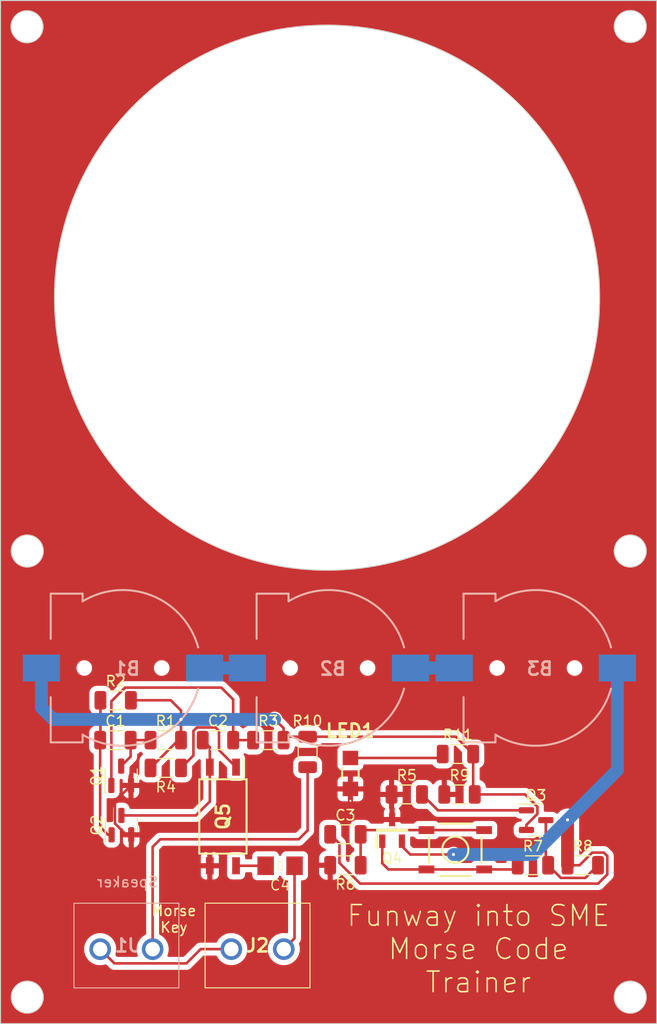
<source format=kicad_pcb>
(kicad_pcb (version 20221018) (generator pcbnew)
  (layers (0 "F.Cu" signal) (31 "B.Cu" signal) (34 "B.Paste" user) (35 "F.Paste" user) (36 "B.SilkS" user "B.Silkscreen") (37 "F.SilkS" user "F.Silkscreen") (38 "B.Mask" user) (39 "F.Mask" user) (44 "Edge.Cuts" user))
  (net 0 "")
  (net 1 "Net-(B1-Pad1)")
  (net 2 "9V")
  (net 3 "Net-(B2-Pad1)")
  (net 4 "Net-(Q4-S)")
  (net 5 "LED 2")
  (net 6 "Net-(Q1-C)")
  (net 7 "Net-(Q2-C)")
  (net 8 "LED 1")
  (net 9 "Net-(C3-Pad2)")
  (net 10 "Net-(J2-Pin_1)")
  (net 11 "Net-(Q5-C_2)")
  (net 12 "Net-(J1-Pin_1)")
  (net 13 "Net-(J1-Pin_2)")
  (net 14 "GND")
  (net 15 "Net-(LED1-A)")
  (net 16 "Net-(Q3-B)")
  (net 17 "Net-(Q3-C)")
  (net 18 "Net-(Q4-G)")
  (net 19 "Net-(Q5-A)")
  (footprint "Capacitor_SMD:C_1206_3216Metric" (layer "F.Cu") (at 102.3366 141.3002)
    (fp_text reference "R5" (at 0 -1.85) (layer "F.SilkS"))
    (fp_text value "100k")
    (fp_line (start -0.711252 -0.91) (end 0.711252 -0.91) (stroke (width 0.12)) (layer "F.SilkS"))
    (fp_line (start -0.711252 0.91) (end 0.711252 0.91) (stroke (width 0.12)) (layer "F.SilkS"))
    (pad "1" smd roundrect (at -1.475 0) (size 1.15 1.8) (layers "F.Cu" "F.Paste" "F.Mask") (roundrect_rratio 0.2173913043) (net 14 "GND"))
    (pad "2" smd roundrect (at 1.475 0) (size 1.15 1.8) (layers "F.Cu" "F.Paste" "F.Mask") (roundrect_rratio 0.2173913043) (net 16 "Net-(Q3-B)"))
  )
  (footprint "Capacitor_SMD:C_1206_3216Metric" (layer "F.Cu") (at 92.7354 137.1854 90)
    (fp_text reference "R10" (at 2.9972 -0.0254 180) (layer "F.SilkS"))
    (fp_text value "15R")
    (fp_line (start -0.711252 -0.91) (end 0.711252 -0.91) (stroke (width 0.12)) (layer "F.SilkS"))
    (fp_line (start -0.711252 0.91) (end 0.711252 0.91) (stroke (width 0.12)) (layer "F.SilkS"))
    (pad "1" smd roundrect (at -1.475 0 90) (size 1.15 1.8) (layers "F.Cu" "F.Paste" "F.Mask") (roundrect_rratio 0.2173913043) (net 13 "Net-(J1-Pin_2)"))
    (pad "2" smd roundrect (at 1.475 0 90) (size 1.15 1.8) (layers "F.Cu" "F.Paste" "F.Mask") (roundrect_rratio 0.2173913043) (net 2 "9V"))
  )
  (footprint "Capacitor_SMD:C_1206_3216Metric" (layer "F.Cu") (at 74.1426 132.1816)
    (fp_text reference "R2" (at 0 -1.85) (layer "F.SilkS"))
    (fp_text value "47K")
    (fp_line (start -0.711252 -0.91) (end 0.711252 -0.91) (stroke (width 0.12)) (layer "F.SilkS"))
    (fp_line (start -0.711252 0.91) (end 0.711252 0.91) (stroke (width 0.12)) (layer "F.SilkS"))
    (pad "1" smd roundrect (at -1.475 0) (size 1.15 1.8) (layers "F.Cu" "F.Paste" "F.Mask") (roundrect_rratio 0.2173913043) (net 5 "LED 2"))
    (pad "2" smd roundrect (at 1.475 0) (size 1.15 1.8) (layers "F.Cu" "F.Paste" "F.Mask") (roundrect_rratio 0.2173913043) (net 2 "9V"))
  )
  (footprint "Capacitor_SMD:C_1206_3216Metric" (layer "F.Cu") (at 96.393 148.1582 180)
    (fp_text reference "R6" (at 0 -1.85) (layer "F.SilkS"))
    (fp_text value "1M")
    (fp_line (start -0.711252 -0.91) (end 0.711252 -0.91) (stroke (width 0.12)) (layer "F.SilkS"))
    (fp_line (start -0.711252 0.91) (end 0.711252 0.91) (stroke (width 0.12)) (layer "F.SilkS"))
    (pad "1" smd roundrect (at -1.475 0 180) (size 1.15 1.8) (layers "F.Cu" "F.Paste" "F.Mask") (roundrect_rratio 0.2173913043) (net 9 "Net-(C3-Pad2)"))
    (pad "2" smd roundrect (at 1.475 0 180) (size 1.15 1.8) (layers "F.Cu" "F.Paste" "F.Mask") (roundrect_rratio 0.2173913043) (net 14 "GND"))
  )
  (footprint "Capacitors:1206" (layer "F.Cu") (at 90.0684 148.209 180)
    (fp_text reference "C4" (at 0 -1.8796) (layer "F.SilkS") (effects (font (thickness 0.127))))
    (fp_text value "47UF-1206-50V-10%" hide)
    (fp_line (start -0.19812 -0.39878) (end 0.19812 -0.39878) (stroke (width 0.06604)) (layer "F.SilkS"))
    (fp_line (start -0.19812 0.39878) (end -0.19812 -0.39878) (stroke (width 0.06604)) (layer "F.SilkS"))
    (fp_line (start -0.19812 0.39878) (end 0.19812 0.39878) (stroke (width 0.06604)) (layer "F.SilkS"))
    (fp_line (start 0.19812 0.39878) (end 0.19812 -0.39878) (stroke (width 0.06604)) (layer "F.SilkS"))
    (pad "1" smd rect (at -1.39954 0 180) (size 1.59766 1.79832) (layers "F.Cu" "F.Paste" "F.Mask") (net 10 "Net-(J2-Pin_1)"))
    (pad "2" smd rect (at 1.39954 0 180) (size 1.59766 1.79832) (layers "F.Cu" "F.Paste" "F.Mask") (net 11 "Net-(Q5-C_2)"))
  )
  (footprint "SamacSys_Parts:SOT95P237X112-3N" (layer "F.Cu") (at 100.9142 144.78 90)
    (fp_text reference "Q4" (at -2.7092 0) (layer "F.SilkS") (effects (font (thickness 0.125))))
    (fp_text value "Si2338DS-T1-GE3" hide)
    (fp_line (start -1.7 -1.5) (end -0.4 -1.5) (stroke (width 0.2)) (layer "F.SilkS"))
    (fp_line (start -0.05 -1.46) (end 0.05 -1.46) (stroke (width 0.2)) (layer "F.SilkS"))
    (fp_line (start -0.05 1.46) (end -0.05 -1.46) (stroke (width 0.2)) (layer "F.SilkS"))
    (fp_line (start 0.05 -1.46) (end 0.05 1.46) (stroke (width 0.2)) (layer "F.SilkS"))
    (fp_line (start 0.05 1.46) (end -0.05 1.46) (stroke (width 0.2)) (layer "F.SilkS"))
    (pad "1" smd rect (at -1.05 -0.95 180) (size 0.6 1.3) (layers "F.Cu" "F.Paste" "F.Mask") (net 18 "Net-(Q4-G)"))
    (pad "2" smd rect (at -1.05 0.95 180) (size 0.6 1.3) (layers "F.Cu" "F.Paste" "F.Mask") (net 4 "Net-(Q4-S)"))
    (pad "3" smd rect (at 1.05 0 180) (size 0.6 1.3) (layers "F.Cu" "F.Paste" "F.Mask") (net 14 "GND"))
  )
  (footprint "SamacSys_Parts:17761192" (layer "F.Cu") (at 90.424 156.2806 180)
    (fp_text reference "J2" (at 2.54 0.35) (layer "F.SilkS") (effects (font (size 1.27 1.27) (thickness 0.254))))
    (fp_text value "Morse Key" hide)
    (fp_line (start -2.54 -3.75) (end 7.62 -3.75) (stroke (width 0.1)) (layer "F.SilkS"))
    (fp_line (start -2.54 4.45) (end -2.54 -3.75) (stroke (width 0.1)) (layer "F.SilkS"))
    (fp_line (start 7.62 -3.75) (end 7.62 4.45) (stroke (width 0.1)) (layer "F.SilkS"))
    (fp_line (start 7.62 4.45) (end -2.54 4.45) (stroke (width 0.1)) (layer "F.SilkS"))
    (pad "1" thru_hole circle (at 0 0 180) (size 2.1 2.1) (drill 1.4) (layers "*.Cu" "*.Mask") (net 10 "Net-(J2-Pin_1)"))
    (pad "2" thru_hole circle (at 5.08 0 180) (size 2.1 2.1) (drill 1.4) (layers "*.Cu" "*.Mask") (net 12 "Net-(J1-Pin_1)"))
  )
  (footprint "Capacitor_SMD:C_1206_3216Metric" (layer "F.Cu") (at 78.994 136.0424)
    (fp_text reference "R1" (at 0 -1.85) (layer "F.SilkS"))
    (fp_text value "560R")
    (fp_line (start -0.711252 -0.91) (end 0.711252 -0.91) (stroke (width 0.12)) (layer "F.SilkS"))
    (fp_line (start -0.711252 0.91) (end 0.711252 0.91) (stroke (width 0.12)) (layer "F.SilkS"))
    (pad "1" smd roundrect (at -1.475 0) (size 1.15 1.8) (layers "F.Cu" "F.Paste" "F.Mask") (roundrect_rratio 0.2173913043) (net 6 "Net-(Q1-C)"))
    (pad "2" smd roundrect (at 1.475 0) (size 1.15 1.8) (layers "F.Cu" "F.Paste" "F.Mask") (roundrect_rratio 0.2173913043) (net 2 "9V"))
  )
  (footprint "SamacSys_Parts:5988270107F" (layer "F.Cu") (at 96.8756 139.2682 90)
    (fp_text reference "LED1" (at 4.1402 -0.0254 180) (layer "F.SilkS") (effects (font (size 1.27 1.27) (thickness 0.254))))
    (fp_text value "5988270107F" hide)
    (fp_line (start -2.7 0) (end -2.7 0) (stroke (width 0.1)) (layer "F.SilkS"))
    (fp_line (start -2.6 0) (end -2.6 0) (stroke (width 0.1)) (layer "F.SilkS"))
    (fp_line (start -0.5 -0.8) (end 0.5 -0.8) (stroke (width 0.2)) (layer "F.SilkS"))
    (fp_line (start -0.5 0.8) (end 0.5 0.8) (stroke (width 0.2)) (layer "F.SilkS"))
    (fp_arc (start -2.7 0) (mid -2.65 -0.05) (end -2.6 0) (stroke (width 0.1)) (layer "F.SilkS"))
    (fp_arc (start -2.6 0) (mid -2.65 0.05) (end -2.7 0) (stroke (width 0.1)) (layer "F.SilkS"))
    (pad "1" smd rect (at -1.5 0 90) (size 1.4 1.5) (layers "F.Cu" "F.Paste" "F.Mask") (net 14 "GND"))
    (pad "2" smd rect (at 1.5 0 90) (size 1.4 1.5) (layers "F.Cu" "F.Paste" "F.Mask") (net 15 "Net-(LED1-A)"))
  )
  (footprint "Capacitor_SMD:C_1206_3216Metric" (layer "F.Cu") (at 119.38 148.1582)
    (fp_text reference "R8" (at 0 -1.85) (layer "F.SilkS"))
    (fp_text value "10k")
    (fp_line (start -0.711252 -0.91) (end 0.711252 -0.91) (stroke (width 0.12)) (layer "F.SilkS"))
    (fp_line (start -0.711252 0.91) (end 0.711252 0.91) (stroke (width 0.12)) (layer "F.SilkS"))
    (pad "1" smd roundrect (at -1.475 0) (size 1.15 1.8) (layers "F.Cu" "F.Paste" "F.Mask") (roundrect_rratio 0.2173913043) (net 4 "Net-(Q4-S)"))
    (pad "2" smd roundrect (at 1.475 0) (size 1.15 1.8) (layers "F.Cu" "F.Paste" "F.Mask") (roundrect_rratio 0.2173913043) (net 17 "Net-(Q3-C)"))
  )
  (footprint "Capacitor_SMD:C_1206_3216Metric" (layer "F.Cu") (at 88.9272 136.0424)
    (fp_text reference "R3" (at 0 -1.85) (layer "F.SilkS"))
    (fp_text value "47k")
    (fp_line (start -0.711252 -0.91) (end 0.711252 -0.91) (stroke (width 0.12)) (layer "F.SilkS"))
    (fp_line (start -0.711252 0.91) (end 0.711252 0.91) (stroke (width 0.12)) (layer "F.SilkS"))
    (pad "1" smd roundrect (at -1.475 0) (size 1.15 1.8) (layers "F.Cu" "F.Paste" "F.Mask") (roundrect_rratio 0.2173913043) (net 8 "LED 1"))
    (pad "2" smd roundrect (at 1.475 0) (size 1.15 1.8) (layers "F.Cu" "F.Paste" "F.Mask") (roundrect_rratio 0.2173913043) (net 2 "9V"))
  )
  (footprint "Capacitor_SMD:C_1206_3216Metric" (layer "F.Cu") (at 107.2896 137.3886)
    (fp_text reference "R11" (at 0 -1.85) (layer "F.SilkS"))
    (fp_text value "360R")
    (fp_line (start -0.711252 -0.91) (end 0.711252 -0.91) (stroke (width 0.12)) (layer "F.SilkS"))
    (fp_line (start -0.711252 0.91) (end 0.711252 0.91) (stroke (width 0.12)) (layer "F.SilkS"))
    (pad "1" smd roundrect (at -1.475 0) (size 1.15 1.8) (layers "F.Cu" "F.Paste" "F.Mask") (roundrect_rratio 0.2173913043) (net 15 "Net-(LED1-A)"))
    (pad "2" smd roundrect (at 1.475 0) (size 1.15 1.8) (layers "F.Cu" "F.Paste" "F.Mask") (roundrect_rratio 0.2173913043) (net 2 "9V"))
  )
  (footprint "Capacitor_SMD:C_1206_3216Metric" (layer "F.Cu") (at 78.994 138.7348 180)
    (fp_text reference "R4" (at 0 -1.85) (layer "F.SilkS"))
    (fp_text value "130R")
    (fp_line (start -0.711252 -0.91) (end 0.711252 -0.91) (stroke (width 0.12)) (layer "F.SilkS"))
    (fp_line (start -0.711252 0.91) (end 0.711252 0.91) (stroke (width 0.12)) (layer "F.SilkS"))
    (pad "1" smd roundrect (at -1.475 0 180) (size 1.15 1.8) (layers "F.Cu" "F.Paste" "F.Mask") (roundrect_rratio 0.2173913043) (net 19 "Net-(Q5-A)"))
    (pad "2" smd roundrect (at 1.475 0 180) (size 1.15 1.8) (layers "F.Cu" "F.Paste" "F.Mask") (roundrect_rratio 0.2173913043) (net 2 "9V"))
  )
  (footprint "Capacitor_SMD:C_1206_3216Metric" (layer "F.Cu") (at 96.393 145.161)
    (fp_text reference "C3" (at 0 -1.85) (layer "F.SilkS"))
    (fp_text value "330nF-1206-50V-10%")
    (fp_line (start -0.711252 -0.91) (end 0.711252 -0.91) (stroke (width 0.12)) (layer "F.SilkS"))
    (fp_line (start -0.711252 0.91) (end 0.711252 0.91) (stroke (width 0.12)) (layer "F.SilkS"))
    (pad "1" smd roundrect (at -1.475 0) (size 1.15 1.8) (layers "F.Cu" "F.Paste" "F.Mask") (roundrect_rratio 0.2173913043) (net 4 "Net-(Q4-S)"))
    (pad "2" smd roundrect (at 1.475 0) (size 1.15 1.8) (layers "F.Cu" "F.Paste" "F.Mask") (roundrect_rratio 0.2173913043) (net 9 "Net-(C3-Pad2)"))
  )
  (footprint "Capacitor_SMD:C_1206_3216Metric" (layer "F.Cu") (at 107.442 141.3002)
    (fp_text reference "R9" (at 0 -1.85) (layer "F.SilkS"))
    (fp_text value "10k")
    (fp_line (start -0.711252 -0.91) (end 0.711252 -0.91) (stroke (width 0.12)) (layer "F.SilkS"))
    (fp_line (start -0.711252 0.91) (end 0.711252 0.91) (stroke (width 0.12)) (layer "F.SilkS"))
    (pad "1" smd roundrect (at -1.475 0) (size 1.15 1.8) (layers "F.Cu" "F.Paste" "F.Mask") (roundrect_rratio 0.2173913043) (net 14 "GND"))
    (pad "2" smd roundrect (at 1.475 0) (size 1.15 1.8) (layers "F.Cu" "F.Paste" "F.Mask") (roundrect_rratio 0.2173913043) (net 2 "9V"))
  )
  (footprint "Package_TO_SOT_SMD:SOT-23" (layer "F.Cu") (at 74.7014 144.272 90)
    (fp_text reference "Q2" (at 0 -2.4 90) (layer "F.SilkS"))
    (fp_text value "BC848")
    (fp_line (start 0 -1.56) (end -1.675 -1.56) (stroke (width 0.12)) (layer "F.SilkS"))
    (fp_line (start 0 -1.56) (end 0.65 -1.56) (stroke (width 0.12)) (layer "F.SilkS"))
    (fp_line (start 0 1.56) (end -0.65 1.56) (stroke (width 0.12)) (layer "F.SilkS"))
    (fp_line (start 0 1.56) (end 0.65 1.56) (stroke (width 0.12)) (layer "F.SilkS"))
    (pad "1" smd roundrect (at -0.9375 -0.95 90) (size 1.475 0.6) (layers "F.Cu" "F.Paste" "F.Mask") (net 5 "LED 2"))
    (pad "2" smd roundrect (at -0.9375 0.95 90) (size 1.475 0.6) (layers "F.Cu" "F.Paste" "F.Mask") (net 14 "GND"))
    (pad "3" smd roundrect (at 0.9375 0 90) (size 1.475 0.6) (layers "F.Cu" "F.Paste" "F.Mask") (net 7 "Net-(Q2-C)"))
  )
  (footprint "Package_TO_SOT_SMD:SOT-23" (layer "F.Cu") (at 74.676 139.4945 90)
    (fp_text reference "Q1" (at 0 -2.4 90) (layer "F.SilkS"))
    (fp_text value "BC848")
    (fp_line (start 0 -1.56) (end -1.675 -1.56) (stroke (width 0.12)) (layer "F.SilkS"))
    (fp_line (start 0 -1.56) (end 0.65 -1.56) (stroke (width 0.12)) (layer "F.SilkS"))
    (fp_line (start 0 1.56) (end -0.65 1.56) (stroke (width 0.12)) (layer "F.SilkS"))
    (fp_line (start 0 1.56) (end 0.65 1.56) (stroke (width 0.12)) (layer "F.SilkS"))
    (pad "1" smd roundrect (at -0.9375 -0.95 90) (size 1.475 0.6) (layers "F.Cu" "F.Paste" "F.Mask") (net 8 "LED 1"))
    (pad "2" smd roundrect (at -0.9375 0.95 90) (size 1.475 0.6) (layers "F.Cu" "F.Paste" "F.Mask") (net 14 "GND"))
    (pad "3" smd roundrect (at 0.9375 0 90) (size 1.475 0.6) (layers "F.Cu" "F.Paste" "F.Mask") (net 6 "Net-(Q1-C)"))
  )
  (footprint "Switches:TACTILE_SWITCH_SMD_5.2MM" (layer "F.Cu") (at 107.0356 146.6596)
    (fp_text reference "S1" hide)
    (fp_text value "MOMENTARY-SWITCH-SPST-2-SMD-5.2MM" hide)
    (fp_line (start -2.54 1.23952) (end -2.54 -1.27) (stroke (width 0.2032)) (layer "F.SilkS"))
    (fp_line (start -1.53924 -2.54) (end 1.53924 -2.54) (stroke (width 0.2032)) (layer "F.SilkS"))
    (fp_line (start 1.53924 2.54) (end -1.53924 2.54) (stroke (width 0.2032)) (layer "F.SilkS"))
    (fp_line (start 2.54 -1.23952) (end 2.54 1.23952) (stroke (width 0.2032)) (layer "F.SilkS"))
    (fp_circle (center 0 0) (end 0 -1.27) (stroke (width 0.2032)) (fill none) (layer "F.SilkS"))
    (pad "1" smd rect (at -2.794 -1.905 90) (size 0.762 1.524) (layers "F.Cu" "F.Paste" "F.Mask") (net 9 "Net-(C3-Pad2)"))
    (pad "2" smd rect (at 2.794 -1.905 90) (size 0.762 1.524) (layers "F.Cu" "F.Paste" "F.Mask") (net 9 "Net-(C3-Pad2)"))
    (pad "3" smd rect (at -2.794 1.905 90) (size 0.762 1.524) (layers "F.Cu" "F.Paste" "F.Mask") (net 18 "Net-(Q4-G)"))
    (pad "4" smd rect (at 2.794 1.905 90) (size 0.762 1.524) (layers "F.Cu" "F.Paste" "F.Mask") (net 18 "Net-(Q4-G)"))
  )
  (footprint "Capacitor_SMD:C_1206_3216Metric" (layer "F.Cu") (at 114.554 148.1582)
    (fp_text reference "R7" (at 0 -1.85) (layer "F.SilkS"))
    (fp_text value "10k")
    (fp_line (start -0.711252 -0.91) (end 0.711252 -0.91) (stroke (width 0.12)) (layer "F.SilkS"))
    (fp_line (start -0.711252 0.91) (end 0.711252 0.91) (stroke (width 0.12)) (layer "F.SilkS"))
    (pad "1" smd roundrect (at -1.475 0) (size 1.15 1.8) (layers "F.Cu" "F.Paste" "F.Mask") (roundrect_rratio 0.2173913043) (net 18 "Net-(Q4-G)"))
    (pad "2" smd roundrect (at 1.475 0) (size 1.15 1.8) (layers "F.Cu" "F.Paste" "F.Mask") (roundrect_rratio 0.2173913043) (net 17 "Net-(Q3-C)"))
  )
  (footprint "Capacitor_SMD:C_1206_3216Metric" (layer "F.Cu") (at 74.1172 136.0424)
    (fp_text reference "C1" (at 0 -1.85) (layer "F.SilkS"))
    (fp_text value "4.7nF")
    (fp_line (start -0.711252 -0.91) (end 0.711252 -0.91) (stroke (width 0.12)) (layer "F.SilkS"))
    (fp_line (start -0.711252 0.91) (end 0.711252 0.91) (stroke (width 0.12)) (layer "F.SilkS"))
    (pad "1" smd roundrect (at -1.475 0) (size 1.15 1.8) (layers "F.Cu" "F.Paste" "F.Mask") (roundrect_rratio 0.2173913043) (net 5 "LED 2"))
    (pad "2" smd roundrect (at 1.475 0) (size 1.15 1.8) (layers "F.Cu" "F.Paste" "F.Mask") (roundrect_rratio 0.2173913043) (net 6 "Net-(Q1-C)"))
  )
  (footprint "Capacitor_SMD:C_1206_3216Metric" (layer "F.Cu") (at 84.0486 136.0424)
    (fp_text reference "C2" (at 0 -1.85) (layer "F.SilkS"))
    (fp_text value "4.7nF")
    (fp_line (start -0.711252 -0.91) (end 0.711252 -0.91) (stroke (width 0.12)) (layer "F.SilkS"))
    (fp_line (start -0.711252 0.91) (end 0.711252 0.91) (stroke (width 0.12)) (layer "F.SilkS"))
    (pad "1" smd roundrect (at -1.475 0) (size 1.15 1.8) (layers "F.Cu" "F.Paste" "F.Mask") (roundrect_rratio 0.2173913043) (net 7 "Net-(Q2-C)"))
    (pad "2" smd roundrect (at 1.475 0) (size 1.15 1.8) (layers "F.Cu" "F.Paste" "F.Mask") (roundrect_rratio 0.2173913043) (net 8 "LED 1"))
  )
  (footprint "Package_TO_SOT_SMD:SOT-23" (layer "F.Cu") (at 114.8611 143.7894)
    (fp_text reference "Q3" (at 0 -2.4) (layer "F.SilkS"))
    (fp_text value "BC858")
    (fp_line (start 0 -1.56) (end -1.675 -1.56) (stroke (width 0.12)) (layer "F.SilkS"))
    (fp_line (start 0 -1.56) (end 0.65 -1.56) (stroke (width 0.12)) (layer "F.SilkS"))
    (fp_line (start 0 1.56) (end -0.65 1.56) (stroke (width 0.12)) (layer "F.SilkS"))
    (fp_line (start 0 1.56) (end 0.65 1.56) (stroke (width 0.12)) (layer "F.SilkS"))
    (pad "1" smd roundrect (at -0.9375 -0.95) (size 1.475 0.6) (layers "F.Cu" "F.Paste" "F.Mask") (net 16 "Net-(Q3-B)"))
    (pad "2" smd roundrect (at -0.9375 0.95) (size 1.475 0.6) (layers "F.Cu" "F.Paste" "F.Mask") (net 2 "9V"))
    (pad "3" smd roundrect (at 0.9375 0) (size 1.475 0.6) (layers "F.Cu" "F.Paste" "F.Mask") (net 17 "Net-(Q3-C)"))
  )
  (footprint "SamacSys_Parts:SOP254P1016X440-4N" (layer "F.Cu") (at 84.5312 143.4338 -90)
    (fp_text reference "Q5" (at 0 0 90) (layer "F.SilkS") (effects (font (size 1.27 1.27) (thickness 0.254))))
    (fp_text value "SFH617A-1X007T" hide)
    (fp_line (start -5.6 -1.995) (end -3.95 -1.995) (stroke (width 0.2)) (layer "F.SilkS"))
    (fp_line (start -3.6 -2.29) (end 3.6 -2.29) (stroke (width 0.2)) (layer "F.SilkS"))
    (fp_line (start -3.6 2.29) (end -3.6 -2.29) (stroke (width 0.2)) (layer "F.SilkS"))
    (fp_line (start 3.6 -2.29) (end 3.6 2.29) (stroke (width 0.2)) (layer "F.SilkS"))
    (fp_line (start 3.6 2.29) (end -3.6 2.29) (stroke (width 0.2)) (layer "F.SilkS"))
    (pad "1" smd rect (at -4.775 -1.27) (size 0.75 1.65) (layers "F.Cu" "F.Paste" "F.Mask") (net 19 "Net-(Q5-A)"))
    (pad "2" smd rect (at -4.775 1.27) (size 0.75 1.65) (layers "F.Cu" "F.Paste" "F.Mask") (net 7 "Net-(Q2-C)"))
    (pad "3" smd rect (at 4.775 1.27) (size 0.75 1.65) (layers "F.Cu" "F.Paste" "F.Mask") (net 14 "GND"))
    (pad "4" smd rect (at 4.775 -1.27) (size 0.75 1.65) (layers "F.Cu" "F.Paste" "F.Mask") (net 11 "Net-(Q5-C_2)"))
  )
  (footprint "SamacSys_Parts:1056TR" (layer "B.Cu") (at 74.8538 129.0574 180)
    (fp_text reference "B1" (at -0.382 -0.067) (layer "B.SilkS") (effects (font (size 1.27 1.27) (thickness 0.254)) (justify mirror)))
    (fp_text value "1056TR" hide)
    (fp_line (start 3.909 -7.2) (end 7 -7.2) (stroke (width 0.2)) (layer "B.SilkS"))
    (fp_line (start 3.909 -6.438) (end 3.909 -7.2) (stroke (width 0.2)) (layer "B.SilkS"))
    (fp_line (start 3.909 6.45927) (end 3.909 7.2) (stroke (width 0.2)) (layer "B.SilkS"))
    (fp_line (start 3.909 7.2) (end 7 7.2) (stroke (width 0.2)) (layer "B.SilkS"))
    (fp_line (start 7 -7.2) (end 7 -2.82887) (stroke (width 0.2)) (layer "B.SilkS"))
    (fp_line (start 7 7.2) (end 7 2.82887) (stroke (width 0.2)) (layer "B.SilkS"))
    (fp_arc (start -7.28028 -2) (mid -2.786672 -6.988725) (end 3.906684 -6.460649) (stroke (width 0.2)) (layer "B.SilkS"))
    (fp_arc (start 3.906712 6.460656) (mid -2.796355 7.01305) (end -7.28028 2) (stroke (width 0.2)) (layer "B.SilkS"))
    (pad "" np_thru_hole circle (at -3.75 0 180) (size 1 1) (drill 1) (layers "*.Cu" "*.Mask"))
    (pad "" np_thru_hole circle (at 3.75 0 180) (size 1 1) (drill 1) (layers "*.Cu" "*.Mask"))
    (pad "1" smd rect (at -7.9 0 90) (size 2.6 3.6) (layers "B.Cu" "B.Paste" "B.Mask") (net 1 "Net-(B1-Pad1)"))
    (pad "2" smd rect (at 7.9 0 90) (size 2.6 3.6) (layers "B.Cu" "B.Paste" "B.Mask") (net 2 "9V"))
  )
  (footprint "SamacSys_Parts:17761192" (layer "B.Cu") (at 72.644 156.2862)
    (fp_text reference "J1" (at 2.54 -0.35) (layer "B.SilkS") (effects (font (size 1.27 1.27) (thickness 0.254)) (justify mirror)))
    (fp_text value "Speaker" hide)
    (fp_line (start -2.54 -4.45) (end -2.54 3.75) (stroke (width 0.1)) (layer "B.SilkS"))
    (fp_line (start -2.54 3.75) (end 7.62 3.75) (stroke (width 0.1)) (layer "B.SilkS"))
    (fp_line (start 7.62 -4.45) (end -2.54 -4.45) (stroke (width 0.1)) (layer "B.SilkS"))
    (fp_line (start 7.62 3.75) (end 7.62 -4.45) (stroke (width 0.1)) (layer "B.SilkS"))
    (pad "1" thru_hole circle (at 0 0) (size 2.1 2.1) (drill 1.4) (layers "*.Cu" "*.Mask") (net 12 "Net-(J1-Pin_1)"))
    (pad "2" thru_hole circle (at 5.08 0) (size 2.1 2.1) (drill 1.4) (layers "*.Cu" "*.Mask") (net 13 "Net-(J1-Pin_2)"))
  )
  (footprint "SamacSys_Parts:1056TR" (layer "B.Cu") (at 94.7928 129.0574 180)
    (fp_text reference "B2" (at -0.382 -0.067) (layer "B.SilkS") (effects (font (size 1.27 1.27) (thickness 0.254)) (justify mirror)))
    (fp_text value "1056TR" hide)
    (fp_line (start 3.909 -7.2) (end 7 -7.2) (stroke (width 0.2)) (layer "B.SilkS"))
    (fp_line (start 3.909 -6.438) (end 3.909 -7.2) (stroke (width 0.2)) (layer "B.SilkS"))
    (fp_line (start 3.909 6.45927) (end 3.909 7.2) (stroke (width 0.2)) (layer "B.SilkS"))
    (fp_line (start 3.909 7.2) (end 7 7.2) (stroke (width 0.2)) (layer "B.SilkS"))
    (fp_line (start 7 -7.2) (end 7 -2.82887) (stroke (width 0.2)) (layer "B.SilkS"))
    (fp_line (start 7 7.2) (end 7 2.82887) (stroke (width 0.2)) (layer "B.SilkS"))
    (fp_arc (start -7.28028 -2) (mid -2.786672 -6.988725) (end 3.906684 -6.460649) (stroke (width 0.2)) (layer "B.SilkS"))
    (fp_arc (start 3.906712 6.460656) (mid -2.796355 7.01305) (end -7.28028 2) (stroke (width 0.2)) (layer "B.SilkS"))
    (pad "" np_thru_hole circle (at -3.75 0 180) (size 1 1) (drill 1) (layers "*.Cu" "*.Mask"))
    (pad "" np_thru_hole circle (at 3.75 0 180) (size 1 1) (drill 1) (layers "*.Cu" "*.Mask"))
    (pad "1" smd rect (at -7.9 0 90) (size 2.6 3.6) (layers "B.Cu" "B.Paste" "B.Mask") (net 3 "Net-(B2-Pad1)"))
    (pad "2" smd rect (at 7.9 0 90) (size 2.6 3.6) (layers "B.Cu" "B.Paste" "B.Mask") (net 1 "Net-(B1-Pad1)"))
  )
  (footprint "SamacSys_Parts:1056TR" (layer "B.Cu") (at 114.8334 129.0574 180)
    (fp_text reference "B3" (at -0.382 -0.067) (layer "B.SilkS") (effects (font (size 1.27 1.27) (thickness 0.254)) (justify mirror)))
    (fp_text value "1056TR" hide)
    (fp_line (start 3.909 -7.2) (end 7 -7.2) (stroke (width 0.2)) (layer "B.SilkS"))
    (fp_line (start 3.909 -6.438) (end 3.909 -7.2) (stroke (width 0.2)) (layer "B.SilkS"))
    (fp_line (start 3.909 6.45927) (end 3.909 7.2) (stroke (width 0.2)) (layer "B.SilkS"))
    (fp_line (start 3.909 7.2) (end 7 7.2) (stroke (width 0.2)) (layer "B.SilkS"))
    (fp_line (start 7 -7.2) (end 7 -2.82887) (stroke (width 0.2)) (layer "B.SilkS"))
    (fp_line (start 7 7.2) (end 7 2.82887) (stroke (width 0.2)) (layer "B.SilkS"))
    (fp_arc (start -7.28028 -2) (mid -2.786672 -6.988725) (end 3.906684 -6.460649) (stroke (width 0.2)) (layer "B.SilkS"))
    (fp_arc (start 3.906712 6.460656) (mid -2.796355 7.01305) (end -7.28028 2) (stroke (width 0.2)) (layer "B.SilkS"))
    (pad "" np_thru_hole circle (at -3.75 0 180) (size 1 1) (drill 1) (layers "*.Cu" "*.Mask"))
    (pad "" np_thru_hole circle (at 3.75 0 180) (size 1 1) (drill 1) (layers "*.Cu" "*.Mask"))
    (pad "1" smd rect (at -7.9 0 90) (size 2.6 3.6) (layers "B.Cu" "B.Paste" "B.Mask") (net 4 "Net-(Q4-S)"))
    (pad "2" smd rect (at 7.9 0 90) (size 2.6 3.6) (layers "B.Cu" "B.Paste" "B.Mask") (net 3 "Net-(B2-Pad1)"))
  )
  (gr_circle (center 123.9774 160.9344) (end 125.5268 160.9344) (stroke (width 0.1)) (fill none) (layer "Edge.Cuts"))
  (gr_circle (center 123.9774 117.729) (end 122.428 117.729) (stroke (width 0.1)) (fill none) (layer "Edge.Cuts"))
  (gr_circle (center 65.5828 117.729) (end 67.1322 117.7544) (stroke (width 0.1)) (fill none) (layer "Edge.Cuts"))
  (gr_circle (center 65.5828 160.9344) (end 67.1322 160.9344) (stroke (width 0.1)) (fill none) (layer "Edge.Cuts"))
  (gr_rect (start 62.992 64.4144) (end 126.5428 163.4998) (stroke (width 0.1)) (fill none) (layer "Edge.Cuts"))
  (gr_circle (center 94.615 93.1926) (end 121.0056 93.1926) (stroke (width 0.1)) (fill none) (layer "Edge.Cuts"))
  (gr_circle (center 65.5574 66.9544) (end 67.1068 66.9544) (stroke (width 0.1)) (fill none) (layer "Edge.Cuts"))
  (gr_circle (center 123.9774 66.929) (end 125.5268 66.929) (stroke (width 0.1)) (fill none) (layer "Edge.Cuts"))
  (gr_text "Speaker" (at 75.2856 150.368) (layer "B.SilkS") (effects (font (size 1 1)) (justify bottom mirror)))
  (gr_text "Morse\nKey" (at 79.7814 154.7622) (layer "F.SilkS") (effects (font (size 1 1)) (justify bottom)))
  (gr_text "Funway into SME\nMorse Code\nTrainer" (at 109.2708 160.655) (layer "F.SilkS") (effects (font (size 2 2)) (justify bottom)))
  (segment (start 86.8928 129.0574) (end 82.7538 129.0574) (width 1.25) (layer "B.Cu") (net 1))
  (segment (start 108.917 141.3002) (end 108.7646 141.1478) (width 0.25) (layer "F.Cu") (net 2))
  (segment (start 90.4022 136.0424) (end 90.4022 134.8776) (width 0.25) (layer "F.Cu") (net 2))
  (segment (start 92.7354 135.7104) (end 107.0864 135.7104) (width 0.25) (layer "F.Cu") (net 2))
  (segment (start 80.469 134.0376) (end 80.469 136.0424) (width 0.25) (layer "F.Cu") (net 2))
  (segment (start 89.535 134.0104) (end 89.5604 134.0358) (width 0.25) (layer "F.Cu") (net 2))
  (segment (start 113.793651 141.3002) (end 114.9861 142.492649) (width 0.25) (layer "F.Cu") (net 2))
  (segment (start 75.6176 132.1816) (end 79.4766 132.1816) (width 0.25) (layer "F.Cu") (net 2))
  (segment (start 107.0864 135.7104) (end 108.7646 137.3886) (width 0.25) (layer "F.Cu") (net 2))
  (segment (start 89.535 134.0358) (end 89.535 134.0104) (width 0.25) (layer "F.Cu") (net 2))
  (segment (start 90.4022 134.8776) (end 89.5604 134.0358) (width 0.25) (layer "F.Cu") (net 2))
  (segment (start 92.7354 135.7104) (end 90.7342 135.7104) (width 0.25) (layer "F.Cu") (net 2))
  (segment (start 108.917 141.3002) (end 113.793651 141.3002) (width 0.25) (layer "F.Cu") (net 2))
  (segment (start 114.9861 142.492649) (end 114.9861 143.186151) (width 0.25) (layer "F.Cu") (net 2))
  (segment (start 79.4766 132.1816) (end 80.469 133.174) (width 0.25) (layer "F.Cu") (net 2))
  (segment (start 108.7646 141.1478) (end 108.7646 137.3886) (width 0.25) (layer "F.Cu") (net 2))
  (segment (start 80.469 136.0424) (end 80.2114 136.0424) (width 0.25) (layer "F.Cu") (net 2))
  (segment (start 90.7342 135.7104) (end 90.4022 136.0424) (width 0.25) (layer "F.Cu") (net 2))
  (segment (start 80.469 133.174) (end 80.469 134.034) (width 0.25) (layer "F.Cu") (net 2))
  (segment (start 80.4672 134.0358) (end 80.469 134.0376) (width 0.25) (layer "F.Cu") (net 2))
  (segment (start 113.9236 144.248651) (end 113.9236 144.7394) (width 0.25) (layer "F.Cu") (net 2))
  (segment (start 80.2114 136.0424) (end 77.519 138.7348) (width 0.25) (layer "F.Cu") (net 2))
  (segment (start 114.9861 143.186151) (end 113.9236 144.248651) (width 0.25) (layer "F.Cu") (net 2))
  (segment (start 80.469 134.034) (end 80.4672 134.0358) (width 0.25) (layer "F.Cu") (net 2))
  (segment (start 89.5604 134.0358) (end 89.535 134.0358) (width 0.25) (layer "F.Cu") (net 2))
  (via (at 89.535 134.0358) (size 0.5) (drill 0.3) (layers "F.Cu" "B.Cu") (net 2))
  (via (at 80.4672 134.0358) (size 0.5) (drill 0.3) (layers "F.Cu" "B.Cu") (net 2))
  (segment (start 66.9538 129.0574) (end 66.9538 132.8922) (width 1.25) (layer "B.Cu") (net 2))
  (segment (start 68.0974 134.0358) (end 89.535 134.0358) (width 1.25) (layer "B.Cu") (net 2))
  (segment (start 66.9538 132.8922) (end 68.0974 134.0358) (width 1.25) (layer "B.Cu") (net 2))
  (segment (start 106.9334 129.0574) (end 102.6928 129.0574) (width 1.25) (layer "B.Cu") (net 3))
  (segment (start 117.9322 143.764) (end 117.9068 143.7894) (width 0.25) (layer "F.Cu") (net 4))
  (segment (start 117.9068 143.764) (end 117.9322 143.764) (width 0.25) (layer "F.Cu") (net 4))
  (segment (start 117.905 143.7912) (end 117.9068 143.7894) (width 0.25) (layer "F.Cu") (net 4))
  (segment (start 121.418173 146.9332) (end 120.291827 146.9332) (width 0.25) (layer "F.Cu") (net 4))
  (segment (start 121.755 147.270027) (end 121.418173 146.9332) (width 0.25) (layer "F.Cu") (net 4))
  (segment (start 101.8642 146.3142) (end 102.6668 147.1168) (width 0.25) (layer "F.Cu") (net 4))
  (segment (start 97.2624 149.3832) (end 95.818 147.9388) (width 0.25) (layer "F.Cu") (net 4))
  (segment (start 95.818 146.061) (end 94.918 145.161) (width 0.25) (layer "F.Cu") (net 4))
  (segment (start 121.755 149.046373) (end 121.755 147.270027) (width 0.25) (layer "F.Cu") (net 4))
  (segment (start 117.9068 143.7894) (end 117.9068 143.764) (width 0.25) (layer "F.Cu") (net 4))
  (segment (start 97.8154 149.9362) (end 120.865173 149.9362) (width 0.25) (layer "F.Cu") (net 4))
  (segment (start 102.6668 147.1168) (end 106.8578 147.1168) (width 0.25) (layer "F.Cu") (net 4))
  (segment (start 97.2624 149.3832) (end 97.8154 149.9362) (width 0.25) (layer "F.Cu") (net 4))
  (segment (start 119.066827 148.1582) (end 117.905 148.1582) (width 0.25) (layer "F.Cu") (net 4))
  (segment (start 117.905 148.1582) (end 117.905 143.7912) (width 1.25) (layer "F.Cu") (net 4))
  (segment (start 101.8642 145.83) (end 101.8642 146.3142) (width 0.25) (layer "F.Cu") (net 4))
  (segment (start 120.291827 146.9332) (end 119.066827 148.1582) (width 0.25) (layer "F.Cu") (net 4))
  (segment (start 95.818 147.9388) (end 95.818 146.061) (width 0.25) (layer "F.Cu") (net 4))
  (segment (start 120.865173 149.9362) (end 121.755 149.046373) (width 0.25) (layer "F.Cu") (net 4))
  (via (at 106.8578 147.1168) (size 0.5) (drill 0.3) (layers "F.Cu" "B.Cu") (net 4))
  (via (at 117.9068 143.764) (size 0.5) (drill 0.3) (layers "F.Cu" "B.Cu") (net 4))
  (segment (start 122.7334 129.0574) (end 122.7334 138.9374) (width 1.25) (layer "B.Cu") (net 4))
  (segment (start 118.6688 143.002) (end 117.9068 143.764) (width 1.25) (layer "B.Cu") (net 4))
  (segment (start 118.6688 143.002) (end 114.554 147.1168) (width 1.25) (layer "B.Cu") (net 4))
  (segment (start 114.554 147.1168) (end 106.8578 147.1168) (width 1.25) (layer "B.Cu") (net 4))
  (segment (start 122.7334 138.9374) (end 118.6688 143.002) (width 1.25) (layer "B.Cu") (net 4))
  (segment (start 72.6676 136.017) (end 72.6422 136.0424) (width 0.25) (layer "F.Cu") (net 5))
  (segment (start 72.6422 144.448) (end 72.6422 136.0424) (width 0.25) (layer "F.Cu") (net 5))
  (segment (start 73.4037 145.2095) (end 72.6422 144.448) (width 0.25) (layer "F.Cu") (net 5))
  (segment (start 73.7514 145.2095) (end 73.4037 145.2095) (width 0.25) (layer "F.Cu") (net 5))
  (segment (start 72.6676 132.1816) (end 72.6676 136.017) (width 0.25) (layer "F.Cu") (net 5))
  (segment (start 75.5922 137.6408) (end 75.5922 136.0424) (width 0.25) (layer "F.Cu") (net 6))
  (segment (start 74.676 138.557) (end 75.5922 137.6408) (width 0.25) (layer "F.Cu") (net 6))
  (segment (start 75.5922 136.0424) (end 77.519 136.0424) (width 0.25) (layer "F.Cu") (net 6))
  (segment (start 81.9127 143.3345) (end 83.2612 141.986) (width 0.25) (layer "F.Cu") (net 7))
  (segment (start 83.2612 141.986) (end 83.2612 138.6588) (width 0.25) (layer "F.Cu") (net 7))
  (segment (start 74.7014 143.3345) (end 81.9127 143.3345) (width 0.25) (layer "F.Cu") (net 7))
  (segment (start 83.2612 138.6588) (end 83.2612 136.73) (width 0.25) (layer "F.Cu") (net 7))
  (segment (start 83.2612 136.73) (end 82.5736 136.0424) (width 0.25) (layer "F.Cu") (net 7))
  (segment (start 85.5236 132.1072) (end 85.5236 136.0424) (width 0.25) (layer "F.Cu") (net 8))
  (segment (start 87.4522 136.0424) (end 85.5236 136.0424) (width 0.25) (layer "F.Cu") (net 8))
  (segment (start 73.726 140.432) (end 73.726 132.285027) (width 0.25) (layer "F.Cu") (net 8))
  (segment (start 75.054427 130.9566) (end 84.373 130.9566) (width 0.25) (layer "F.Cu") (net 8))
  (segment (start 73.726 132.285027) (end 75.054427 130.9566) (width 0.25) (layer "F.Cu") (net 8))
  (segment (start 84.373 130.9566) (end 85.5236 132.1072) (width 0.25) (layer "F.Cu") (net 8))
  (segment (start 97.868 145.161) (end 97.868 148.1582) (width 0.25) (layer "F.Cu") (net 9))
  (segment (start 104.2416 144.7546) (end 98.2744 144.7546) (width 0.25) (layer "F.Cu") (net 9))
  (segment (start 98.2744 144.7546) (end 97.868 145.161) (width 0.25) (layer "F.Cu") (net 9))
  (segment (start 109.8296 144.7546) (end 104.2416 144.7546) (width 0.25) (layer "F.Cu") (net 9))
  (segment (start 91.46794 155.23666) (end 90.424 156.2806) (width 0.25) (layer "F.Cu") (net 10))
  (segment (start 91.46794 148.209) (end 91.46794 155.23666) (width 0.25) (layer "F.Cu") (net 10))
  (segment (start 85.8012 148.2088) (end 88.66866 148.2088) (width 0.25) (layer "F.Cu") (net 11))
  (segment (start 88.66866 148.2088) (end 88.66886 148.209) (width 0.25) (layer "F.Cu") (net 11))
  (segment (start 72.644 156.2862) (end 74.019 157.6612) (width 0.25) (layer "F.Cu") (net 12))
  (segment (start 74.019 157.6612) (end 80.9916 157.6612) (width 0.25) (layer "F.Cu") (net 12))
  (segment (start 85.344 156.2806) (end 82.3722 156.2806) (width 0.25) (layer "F.Cu") (net 12))
  (segment (start 80.9916 157.6612) (end 82.3722 156.2806) (width 0.25) (layer "F.Cu") (net 12))
  (segment (start 92.7354 144.78) (end 91.8718 145.6436) (width 0.25) (layer "F.Cu") (net 13))
  (segment (start 77.724 146.3802) (end 78.4606 145.6436) (width 0.25) (layer "F.Cu") (net 13))
  (segment (start 91.8718 145.6436) (end 78.4606 145.6436) (width 0.25) (layer "F.Cu") (net 13))
  (segment (start 92.7354 138.6604) (end 92.7354 144.78) (width 0.25) (layer "F.Cu") (net 13))
  (segment (start 77.724 156.2862) (end 77.724 146.3802) (width 0.25) (layer "F.Cu") (net 13))
  (segment (start 75.6514 145.2095) (end 75.167149 145.2095) (width 0.25) (layer "F.Cu") (net 14))
  (segment (start 75.167149 145.2095) (end 74.0764 144.118751) (width 0.25) (layer "F.Cu") (net 14))
  (segment (start 74.0764 144.118751) (end 74.0764 141.9816) (width 0.25) (layer "F.Cu") (net 14))
  (segment (start 74.0764 141.9816) (end 75.626 140.432) (width 0.25) (layer "F.Cu") (net 14))
  (segment (start 105.435 137.7682) (end 96.8756 137.7682) (width 0.25) (layer "F.Cu") (net 15))
  (segment (start 105.8146 137.3886) (end 105.435 137.7682) (width 0.25) (layer "F.Cu") (net 15))
  (segment (start 113.9236 142.8394) (end 105.3508 142.8394) (width 0.25) (layer "F.Cu") (net 16))
  (segment (start 105.3508 142.8394) (end 103.8116 141.3002) (width 0.25) (layer "F.Cu") (net 16))
  (segment (start 117.254 149.3832) (end 119.63 149.3832) (width 0.25) (layer "F.Cu") (net 17))
  (segment (start 116.029 148.1582) (end 117.254 149.3832) (width 0.25) (layer "F.Cu") (net 17))
  (segment (start 119.63 149.3832) (end 120.855 148.1582) (width 0.25) (layer "F.Cu") (net 17))
  (segment (start 115.7986 143.7894) (end 115.7986 147.9278) (width 0.25) (layer "F.Cu") (net 17))
  (segment (start 115.7986 147.9278) (end 116.029 148.1582) (width 0.25) (layer "F.Cu") (net 17))
  (segment (start 99.949 147.955) (end 99.9642 147.9398) (width 0.25) (layer "F.Cu") (net 18))
  (segment (start 112.6726 148.5646) (end 109.8296 148.5646) (width 0.25) (layer "F.Cu") (net 18))
  (segment (start 100.5586 148.5646) (end 99.949 147.955) (width 0.25) (layer "F.Cu") (net 18))
  (segment (start 99.9642 147.9398) (end 99.9642 145.83) (width 0.25) (layer "F.Cu") (net 18))
  (segment (start 104.2416 148.5646) (end 100.5586 148.5646) (width 0.25) (layer "F.Cu") (net 18))
  (segment (start 113.079 148.1582) (end 112.6726 148.5646) (width 0.25) (layer "F.Cu") (net 18))
  (segment (start 104.2416 148.5646) (end 109.8296 148.5646) (width 0.25) (layer "F.Cu") (net 18))
  (segment (start 84.1502 137.0078) (end 85.8012 138.6588) (width 0.25) (layer "F.Cu") (net 19))
  (segment (start 81.6736 137.5302) (end 81.6736 135.154227) (width 0.25) (layer "F.Cu") (net 19))
  (segment (start 84.1502 135.1534) (end 84.1502 137.0078) (width 0.25) (layer "F.Cu") (net 19))
  (segment (start 80.469 138.7348) (end 81.6736 137.5302) (width 0.25) (layer "F.Cu") (net 19))
  (segment (start 82.010427 134.8174) (end 83.8142 134.8174) (width 0.25) (layer "F.Cu") (net 19))
  (segment (start 83.8142 134.8174) (end 84.1502 135.1534) (width 0.25) (layer "F.Cu") (net 19))
  (segment (start 81.6736 135.154227) (end 82.010427 134.8174) (width 0.25) (layer "F.Cu") (net 19))
  (zone (net 14) (net_name "GND") (layer "F.Cu") (connect_pads (clearance 0.5)) (min_thickness 0.25) (fill yes (thermal_gap 0.5) (thermal_bridge_width 0.5))
    (polygon (pts (xy 62.992 163.4998) (xy 62.992 64.4144) (xy 126.5428 64.4144) (xy 126.5428 163.4998)))
  )
)
</source>
